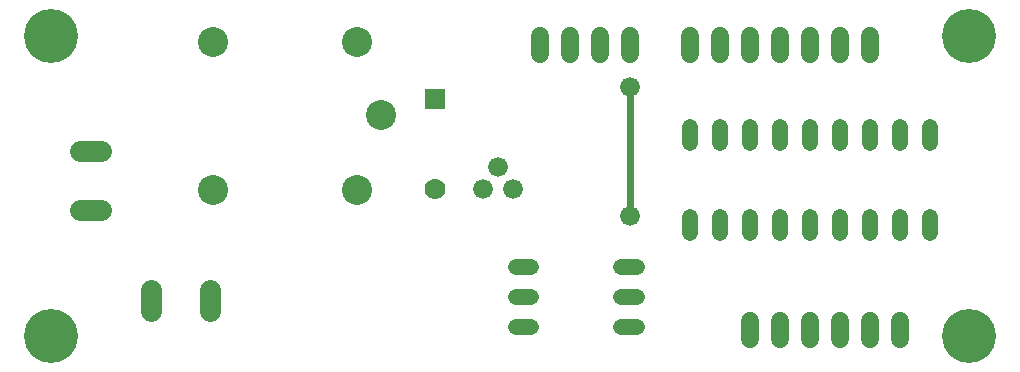
<source format=gbr>
G75*
G70*
%OFA0B0*%
%FSLAX24Y24*%
%IPPOS*%
%LPD*%
%AMOC8*
5,1,8,0,0,1.08239X$1,22.5*
%
%ADD10C,0.0520*%
%ADD11C,0.0705*%
%ADD12C,0.0600*%
%ADD13C,0.1000*%
%ADD14C,0.0660*%
%ADD15C,0.0700*%
%ADD16R,0.0700X0.0700*%
%ADD17C,0.0240*%
%ADD18C,0.1800*%
D10*
X016861Y001781D02*
X017381Y001781D01*
X017381Y002781D02*
X016861Y002781D01*
X016861Y003781D02*
X017381Y003781D01*
X020381Y003781D02*
X020901Y003781D01*
X020901Y002781D02*
X020381Y002781D01*
X020381Y001781D02*
X020901Y001781D01*
X022681Y004921D02*
X022681Y005441D01*
X023681Y005441D02*
X023681Y004921D01*
X024681Y004921D02*
X024681Y005441D01*
X025681Y005441D02*
X025681Y004921D01*
X026681Y004921D02*
X026681Y005441D01*
X027681Y005441D02*
X027681Y004921D01*
X028681Y004921D02*
X028681Y005441D01*
X029681Y005441D02*
X029681Y004921D01*
X030681Y004921D02*
X030681Y005441D01*
X030681Y007921D02*
X030681Y008441D01*
X029681Y008441D02*
X029681Y007921D01*
X028681Y007921D02*
X028681Y008441D01*
X027681Y008441D02*
X027681Y007921D01*
X026681Y007921D02*
X026681Y008441D01*
X025681Y008441D02*
X025681Y007921D01*
X024681Y007921D02*
X024681Y008441D01*
X023681Y008441D02*
X023681Y007921D01*
X022681Y007921D02*
X022681Y008441D01*
D11*
X006666Y003034D02*
X006666Y002329D01*
X004697Y002329D02*
X004697Y003034D01*
X003034Y005697D02*
X002329Y005697D01*
X002329Y007666D02*
X003034Y007666D01*
D12*
X017681Y010881D02*
X017681Y011481D01*
X018681Y011481D02*
X018681Y010881D01*
X019681Y010881D02*
X019681Y011481D01*
X020681Y011481D02*
X020681Y010881D01*
X022681Y010881D02*
X022681Y011481D01*
X023681Y011481D02*
X023681Y010881D01*
X024681Y010881D02*
X024681Y011481D01*
X025681Y011481D02*
X025681Y010881D01*
X026681Y010881D02*
X026681Y011481D01*
X027681Y011481D02*
X027681Y010881D01*
X028681Y010881D02*
X028681Y011481D01*
X028681Y001981D02*
X028681Y001381D01*
X027681Y001381D02*
X027681Y001981D01*
X026681Y001981D02*
X026681Y001381D01*
X025681Y001381D02*
X025681Y001981D01*
X024681Y001981D02*
X024681Y001381D01*
X029681Y001381D02*
X029681Y001981D01*
D13*
X012370Y008839D03*
X011583Y011280D03*
X006780Y011280D03*
X006780Y006359D03*
X011583Y006359D03*
D14*
X015781Y006381D03*
X016781Y006381D03*
X016281Y007131D03*
X020681Y005481D03*
X020681Y009781D03*
D15*
X014181Y006381D03*
D16*
X014181Y009381D03*
D17*
X020681Y009781D02*
X020681Y005481D01*
D18*
X001381Y001481D03*
X001381Y011481D03*
X031981Y011481D03*
X031981Y001481D03*
M02*

</source>
